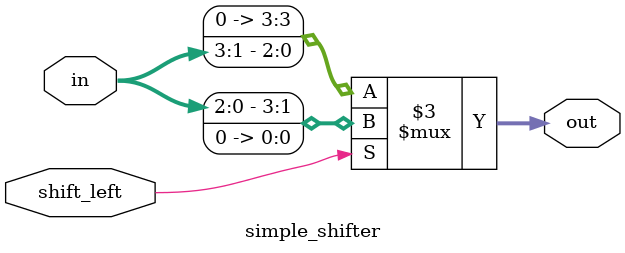
<source format=v>
module simple_shifter (
    input [3:0] in,
    input shift_left,
    output [3:0] out
);
    assign out = shift_left ? (in << 1) : (in >> 1);
endmodule
</source>
